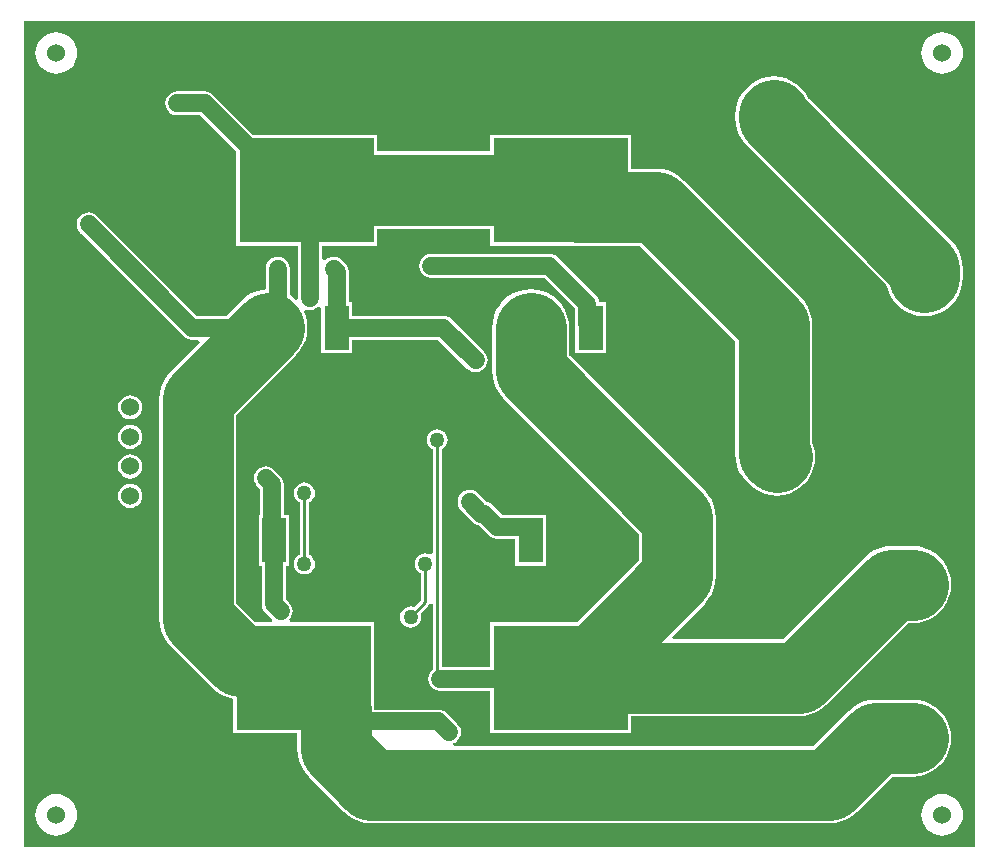
<source format=gbr>
%TF.GenerationSoftware,Altium Limited,Altium Designer,20.0.12 (288)*%
G04 Layer_Physical_Order=2*
G04 Layer_Color=16711680*
%FSLAX44Y44*%
%MOMM*%
%TF.FileFunction,Copper,L2,Bot,Signal*%
%TF.Part,Single*%
G01*
G75*
%TA.AperFunction,Conductor*%
%ADD15C,0.2540*%
%TA.AperFunction,ComponentPad*%
%ADD16C,1.2000*%
%ADD17R,1.2000X1.2000*%
%TA.AperFunction,TestPad*%
%ADD18C,4.5000*%
%TA.AperFunction,ViaPad*%
%ADD19C,1.5240*%
%TA.AperFunction,ComponentPad*%
%ADD20C,3.0000*%
%ADD21C,1.5240*%
%TA.AperFunction,ViaPad*%
%ADD22C,1.2700*%
%TA.AperFunction,SMDPad,CuDef*%
%ADD23R,11.4300X8.8900*%
%ADD24R,2.0800X3.8100*%
%TA.AperFunction,Conductor*%
%ADD25C,6.0000*%
%ADD26C,1.5000*%
G36*
X805000Y0D02*
X0D01*
Y700000D01*
X805000D01*
Y0D01*
D02*
G37*
%LPC*%
G36*
X777500Y690125D02*
X774062Y689786D01*
X770755Y688783D01*
X767708Y687154D01*
X765037Y684963D01*
X762846Y682292D01*
X761217Y679245D01*
X760214Y675938D01*
X759875Y672500D01*
X760214Y669062D01*
X761217Y665755D01*
X762846Y662708D01*
X765037Y660037D01*
X767708Y657846D01*
X770755Y656217D01*
X774062Y655214D01*
X777500Y654875D01*
X780938Y655214D01*
X784245Y656217D01*
X787292Y657846D01*
X789963Y660037D01*
X792154Y662708D01*
X793783Y665755D01*
X794786Y669062D01*
X795125Y672500D01*
X794786Y675938D01*
X793783Y679245D01*
X792154Y682292D01*
X789963Y684963D01*
X787292Y687154D01*
X784245Y688783D01*
X780938Y689786D01*
X777500Y690125D01*
D02*
G37*
G36*
X27500D02*
X24062Y689786D01*
X20755Y688783D01*
X17708Y687154D01*
X15037Y684963D01*
X12845Y682292D01*
X11217Y679245D01*
X10214Y675938D01*
X9875Y672500D01*
X10214Y669062D01*
X11217Y665755D01*
X12845Y662708D01*
X15037Y660037D01*
X17708Y657846D01*
X20755Y656217D01*
X24062Y655214D01*
X27500Y654875D01*
X30938Y655214D01*
X34245Y656217D01*
X37292Y657846D01*
X39963Y660037D01*
X42154Y662708D01*
X43783Y665755D01*
X44786Y669062D01*
X45125Y672500D01*
X44786Y675938D01*
X43783Y679245D01*
X42154Y682292D01*
X39963Y684963D01*
X37292Y687154D01*
X34245Y688783D01*
X30938Y689786D01*
X27500Y690125D01*
D02*
G37*
G36*
X153400Y640127D02*
X153400Y640127D01*
X130000D01*
X127379Y639781D01*
X124937Y638770D01*
X122839Y637161D01*
X121230Y635063D01*
X120218Y632621D01*
X119873Y630000D01*
X120218Y627379D01*
X121230Y624937D01*
X122839Y622839D01*
X124937Y621230D01*
X127379Y620218D01*
X130000Y619873D01*
X149206D01*
X179910Y589169D01*
Y509510D01*
X232373D01*
Y465000D01*
X232402Y464786D01*
X232084Y464488D01*
X229999Y463577D01*
X226686Y466407D01*
X225127Y467362D01*
Y490000D01*
X224782Y492621D01*
X223770Y495063D01*
X222161Y497161D01*
X220063Y498770D01*
X217621Y499782D01*
X215000Y500127D01*
X212379Y499782D01*
X209937Y498770D01*
X207839Y497161D01*
X206230Y495063D01*
X205218Y492621D01*
X204873Y490000D01*
Y472434D01*
X202394Y472239D01*
X197413Y471043D01*
X192681Y469083D01*
X188314Y466407D01*
X184419Y463080D01*
X171466Y450127D01*
X146695D01*
X62161Y534661D01*
X60063Y536270D01*
X57621Y537282D01*
X55000Y537627D01*
X52379Y537282D01*
X49937Y536270D01*
X47839Y534661D01*
X46230Y532563D01*
X45219Y530121D01*
X44873Y527500D01*
X45219Y524879D01*
X46230Y522437D01*
X47839Y520339D01*
X135340Y432839D01*
X137437Y431230D01*
X139879Y430218D01*
X142500Y429873D01*
X142500Y429873D01*
X147894D01*
X148866Y427527D01*
X124380Y403040D01*
X121053Y399146D01*
X118377Y394779D01*
X116417Y390047D01*
X115221Y385066D01*
X114819Y379960D01*
Y193137D01*
X115221Y188031D01*
X116417Y183051D01*
X118377Y178319D01*
X121053Y173952D01*
X124380Y170057D01*
X159567Y134870D01*
X159567Y134870D01*
X163461Y131544D01*
X167829Y128867D01*
X172561Y126907D01*
X177410Y125743D01*
Y96510D01*
X231609D01*
Y82891D01*
X232011Y77785D01*
X233207Y72805D01*
X235167Y68073D01*
X237843Y63705D01*
X241170Y59811D01*
X271061Y29920D01*
X274955Y26593D01*
X279323Y23917D01*
X284055Y21957D01*
X289035Y20761D01*
X294141Y20359D01*
X294141Y20359D01*
X682000D01*
X687106Y20761D01*
X692086Y21957D01*
X696818Y23917D01*
X701186Y26593D01*
X705080Y29920D01*
X735020Y59859D01*
X752500D01*
X757606Y60261D01*
X762587Y61457D01*
X767318Y63417D01*
X771686Y66093D01*
X775580Y69420D01*
X778907Y73314D01*
X781583Y77681D01*
X783543Y82414D01*
X784739Y87394D01*
X785141Y92500D01*
X784739Y97606D01*
X783543Y102586D01*
X781583Y107318D01*
X778907Y111686D01*
X775580Y115580D01*
X771686Y118907D01*
X767318Y121583D01*
X762587Y123543D01*
X757606Y124739D01*
X752500Y125141D01*
X721500D01*
X716394Y124739D01*
X711413Y123543D01*
X706682Y121583D01*
X702314Y118907D01*
X698420Y115580D01*
X668480Y85641D01*
X364242D01*
X363737Y88181D01*
X365063Y88730D01*
X367161Y90339D01*
X368770Y92437D01*
X369782Y94879D01*
X370127Y97500D01*
X369782Y100121D01*
X368770Y102563D01*
X367161Y104661D01*
X358110Y113711D01*
X356013Y115320D01*
X353571Y116332D01*
X350950Y116677D01*
X350949Y116677D01*
X296865D01*
X296790Y117628D01*
Y190490D01*
X236628D01*
X235350Y190591D01*
X225903D01*
X225152Y191951D01*
X224884Y193131D01*
X226270Y194937D01*
X227282Y197379D01*
X227627Y200000D01*
X227282Y202621D01*
X226270Y205063D01*
X224661Y207161D01*
X221827Y209995D01*
Y238410D01*
X224640D01*
Y281590D01*
X220127D01*
Y307500D01*
X219782Y310121D01*
X218770Y312563D01*
X217161Y314661D01*
X217160Y314661D01*
X212161Y319661D01*
X210063Y321270D01*
X207621Y322282D01*
X205000Y322627D01*
X202379Y322282D01*
X199937Y321270D01*
X197839Y319661D01*
X196230Y317563D01*
X195218Y315121D01*
X194873Y312500D01*
X195218Y309879D01*
X196230Y307437D01*
X197839Y305339D01*
X199873Y303305D01*
Y281590D01*
X198760D01*
Y238410D01*
X201573D01*
Y205800D01*
X201573Y205800D01*
X201918Y203179D01*
X202930Y200737D01*
X204539Y198639D01*
X210048Y193131D01*
X209860Y191971D01*
X209097Y190591D01*
X196167D01*
X180101Y206658D01*
Y366440D01*
X230580Y416920D01*
X233907Y420814D01*
X236583Y425181D01*
X238543Y429913D01*
X239739Y434894D01*
X240140Y440000D01*
X239739Y445106D01*
X238543Y450086D01*
X237075Y453631D01*
X239019Y455575D01*
X239879Y455218D01*
X242500Y454873D01*
X245121Y455218D01*
X247563Y456230D01*
X249520Y457732D01*
X250154Y457624D01*
X252060Y456794D01*
Y418410D01*
X277940D01*
Y429873D01*
X350805D01*
X375339Y405339D01*
X377437Y403730D01*
X379879Y402718D01*
X382500Y402373D01*
X385121Y402718D01*
X387563Y403730D01*
X389661Y405339D01*
X391270Y407437D01*
X392282Y409879D01*
X392627Y412500D01*
X392282Y415121D01*
X391270Y417563D01*
X389661Y419661D01*
X362161Y447160D01*
X360063Y448770D01*
X357621Y449781D01*
X355000Y450127D01*
X355000Y450127D01*
X277940D01*
Y461590D01*
X275127D01*
Y487500D01*
X275127Y487500D01*
X274782Y490121D01*
X273770Y492563D01*
X272161Y494661D01*
X269661Y497161D01*
X267563Y498770D01*
X265121Y499782D01*
X262500Y500127D01*
X259879Y499782D01*
X257437Y498770D01*
X255340Y497161D01*
X255167Y496935D01*
X252627Y497798D01*
Y509510D01*
X299290D01*
Y523859D01*
X394910D01*
Y509510D01*
X467772D01*
X469050Y509410D01*
X521930D01*
X602359Y428980D01*
Y410000D01*
Y333000D01*
X602761Y327894D01*
X603957Y322914D01*
X605917Y318181D01*
X608593Y313814D01*
X611920Y309920D01*
X614420Y307420D01*
X618314Y304093D01*
X622682Y301417D01*
X627413Y299457D01*
X632394Y298261D01*
X637500Y297859D01*
X642606Y298261D01*
X647587Y299457D01*
X652318Y301417D01*
X656686Y304093D01*
X660580Y307420D01*
X663907Y311314D01*
X666583Y315681D01*
X668543Y320414D01*
X669739Y325394D01*
X670141Y330500D01*
X669739Y335606D01*
X668543Y340587D01*
X667641Y342765D01*
Y410000D01*
Y442500D01*
X667641Y442500D01*
X667239Y447606D01*
X666043Y452587D01*
X664083Y457319D01*
X661407Y461686D01*
X658080Y465580D01*
X558530Y565131D01*
X554636Y568457D01*
X550268Y571133D01*
X545536Y573093D01*
X540556Y574289D01*
X535450Y574691D01*
X514290D01*
Y603490D01*
X394910D01*
Y589141D01*
X299290D01*
Y603490D01*
X194231D01*
X160561Y637161D01*
X158463Y638770D01*
X156021Y639781D01*
X155716Y639822D01*
X153400Y640127D01*
D02*
G37*
G36*
X635000Y652641D02*
X629894Y652239D01*
X624913Y651043D01*
X620181Y649083D01*
X615814Y646407D01*
X611920Y643081D01*
X608593Y639186D01*
X605917Y634819D01*
X603957Y630087D01*
X602761Y625106D01*
X602359Y620000D01*
Y617500D01*
X602761Y612394D01*
X603957Y607414D01*
X605917Y602682D01*
X608593Y598314D01*
X611920Y594420D01*
X730677Y475662D01*
X731457Y472413D01*
X733417Y467682D01*
X736093Y463314D01*
X739420Y459420D01*
X743314Y456093D01*
X747682Y453417D01*
X752413Y451457D01*
X757394Y450261D01*
X762500Y449859D01*
X767606Y450261D01*
X772587Y451457D01*
X777318Y453417D01*
X781686Y456093D01*
X785580Y459420D01*
X788907Y463314D01*
X791583Y467682D01*
X793543Y472413D01*
X794739Y477394D01*
X795141Y482500D01*
Y490000D01*
X794739Y495106D01*
X793543Y500087D01*
X791583Y504818D01*
X788907Y509186D01*
X785580Y513080D01*
X664253Y634408D01*
X664083Y634819D01*
X661407Y639186D01*
X658080Y643081D01*
X654186Y646407D01*
X649818Y649083D01*
X645086Y651043D01*
X640106Y652239D01*
X635000Y652641D01*
D02*
G37*
G36*
X445000Y502627D02*
X445000Y502627D01*
X345000D01*
X342379Y502282D01*
X339937Y501270D01*
X337839Y499661D01*
X336230Y497563D01*
X335218Y495121D01*
X334873Y492500D01*
X335218Y489879D01*
X336230Y487437D01*
X337839Y485339D01*
X339937Y483730D01*
X342379Y482718D01*
X345000Y482373D01*
X440805D01*
X466973Y456205D01*
Y442900D01*
X466973Y442900D01*
X467060Y442242D01*
Y418410D01*
X492940D01*
Y461590D01*
X487070D01*
X486882Y463021D01*
X485870Y465463D01*
X484261Y467561D01*
X484260Y467561D01*
X452161Y499661D01*
X450063Y501270D01*
X447621Y502282D01*
X447316Y502322D01*
X445000Y502627D01*
D02*
G37*
G36*
X90000Y382748D02*
X87348Y382398D01*
X84876Y381375D01*
X82754Y379746D01*
X81125Y377624D01*
X80101Y375152D01*
X79752Y372500D01*
X80101Y369848D01*
X81125Y367376D01*
X82754Y365254D01*
X84876Y363625D01*
X87348Y362601D01*
X90000Y362252D01*
X92652Y362601D01*
X95124Y363625D01*
X97246Y365254D01*
X98875Y367376D01*
X99899Y369848D01*
X100248Y372500D01*
X99899Y375152D01*
X98875Y377624D01*
X97246Y379746D01*
X95124Y381375D01*
X92652Y382398D01*
X90000Y382748D01*
D02*
G37*
G36*
Y357747D02*
X87348Y357398D01*
X84876Y356374D01*
X82754Y354746D01*
X81125Y352623D01*
X80101Y350152D01*
X79752Y347500D01*
X80101Y344847D01*
X81125Y342376D01*
X82754Y340253D01*
X84876Y338625D01*
X87348Y337601D01*
X90000Y337252D01*
X92652Y337601D01*
X95124Y338625D01*
X97246Y340253D01*
X98875Y342376D01*
X99899Y344847D01*
X100248Y347500D01*
X99899Y350152D01*
X98875Y352623D01*
X97246Y354746D01*
X95124Y356374D01*
X92652Y357398D01*
X90000Y357747D01*
D02*
G37*
G36*
Y332748D02*
X87348Y332398D01*
X84876Y331375D01*
X82754Y329746D01*
X81125Y327624D01*
X80101Y325152D01*
X79752Y322500D01*
X80101Y319848D01*
X81125Y317376D01*
X82754Y315254D01*
X84876Y313625D01*
X87348Y312602D01*
X90000Y312252D01*
X92652Y312602D01*
X95124Y313625D01*
X97246Y315254D01*
X98875Y317376D01*
X99899Y319848D01*
X100248Y322500D01*
X99899Y325152D01*
X98875Y327624D01*
X97246Y329746D01*
X95124Y331375D01*
X92652Y332398D01*
X90000Y332748D01*
D02*
G37*
G36*
Y307747D02*
X87348Y307398D01*
X84876Y306374D01*
X82754Y304746D01*
X81125Y302624D01*
X80101Y300152D01*
X79752Y297500D01*
X80101Y294848D01*
X81125Y292376D01*
X82754Y290254D01*
X84876Y288625D01*
X87348Y287601D01*
X90000Y287252D01*
X92652Y287601D01*
X95124Y288625D01*
X97246Y290254D01*
X98875Y292376D01*
X99899Y294848D01*
X100248Y297500D01*
X99899Y300152D01*
X98875Y302624D01*
X97246Y304746D01*
X95124Y306374D01*
X92652Y307398D01*
X90000Y307747D01*
D02*
G37*
G36*
X377500Y302627D02*
X374879Y302282D01*
X372437Y301270D01*
X370339Y299661D01*
X368730Y297563D01*
X367718Y295121D01*
X367373Y292500D01*
X367718Y289879D01*
X368730Y287437D01*
X370339Y285339D01*
X380339Y275340D01*
X380339Y275339D01*
X382437Y273730D01*
X384879Y272718D01*
X385549Y272630D01*
X393789Y264389D01*
X393789Y264389D01*
X395887Y262780D01*
X398329Y261768D01*
X400950Y261423D01*
X400950Y261423D01*
X416260D01*
Y238410D01*
X442140D01*
Y281590D01*
X426958D01*
X426300Y281677D01*
X426300Y281677D01*
X405145D01*
X397161Y289661D01*
X395063Y291270D01*
X392621Y292282D01*
X391951Y292370D01*
X384661Y299661D01*
X382563Y301270D01*
X380121Y302282D01*
X377500Y302627D01*
D02*
G37*
G36*
X237500Y308967D02*
X235179Y308661D01*
X233017Y307765D01*
X231160Y306340D01*
X229735Y304483D01*
X228839Y302321D01*
X228533Y300000D01*
X228839Y297679D01*
X229735Y295517D01*
X231160Y293660D01*
X233017Y292235D01*
X233615Y291987D01*
Y248013D01*
X233017Y247765D01*
X231160Y246340D01*
X229735Y244483D01*
X228839Y242321D01*
X228533Y240000D01*
X228839Y237679D01*
X229735Y235517D01*
X231160Y233660D01*
X233017Y232235D01*
X235179Y231339D01*
X237500Y231033D01*
X239821Y231339D01*
X241983Y232235D01*
X243840Y233660D01*
X245265Y235517D01*
X246161Y237679D01*
X246467Y240000D01*
X246161Y242321D01*
X245265Y244483D01*
X243840Y246340D01*
X241983Y247765D01*
X241385Y248013D01*
Y291987D01*
X241983Y292235D01*
X243840Y293660D01*
X245265Y295517D01*
X246161Y297679D01*
X246467Y300000D01*
X246161Y302321D01*
X245265Y304483D01*
X243840Y306340D01*
X241983Y307765D01*
X239821Y308661D01*
X237500Y308967D01*
D02*
G37*
G36*
X429200Y472641D02*
X424094Y472239D01*
X419114Y471043D01*
X414381Y469083D01*
X410014Y466407D01*
X406120Y463080D01*
X402793Y459186D01*
X400117Y454818D01*
X398157Y450087D01*
X396961Y445106D01*
X396559Y440000D01*
Y403300D01*
X396961Y398194D01*
X398157Y393214D01*
X400117Y388481D01*
X402793Y384114D01*
X406120Y380220D01*
X520657Y265683D01*
Y243017D01*
X468160Y190520D01*
X467772Y190490D01*
X394910D01*
Y152787D01*
X353885D01*
Y336987D01*
X354483Y337235D01*
X356340Y338660D01*
X357765Y340517D01*
X358661Y342679D01*
X358967Y345000D01*
X358661Y347321D01*
X357765Y349483D01*
X356340Y351340D01*
X354483Y352765D01*
X352321Y353661D01*
X350000Y353967D01*
X347679Y353661D01*
X345517Y352765D01*
X343660Y351340D01*
X342235Y349483D01*
X341339Y347321D01*
X341033Y345000D01*
X341339Y342679D01*
X342235Y340517D01*
X343660Y338660D01*
X345517Y337235D01*
X346115Y336987D01*
Y249292D01*
X343575Y248075D01*
X342161Y248661D01*
X339840Y248967D01*
X337519Y248661D01*
X335357Y247765D01*
X333500Y246340D01*
X332075Y244483D01*
X331179Y242321D01*
X330873Y240000D01*
X331179Y237679D01*
X332075Y235517D01*
X333500Y233660D01*
X335357Y232235D01*
X335955Y231987D01*
Y208949D01*
X330420Y203413D01*
X329821Y203661D01*
X327500Y203967D01*
X325179Y203661D01*
X323017Y202765D01*
X321160Y201340D01*
X319735Y199483D01*
X318839Y197321D01*
X318533Y195000D01*
X318839Y192679D01*
X319735Y190517D01*
X321160Y188660D01*
X323017Y187235D01*
X325179Y186339D01*
X327500Y186033D01*
X329821Y186339D01*
X331983Y187235D01*
X333840Y188660D01*
X335265Y190517D01*
X336161Y192679D01*
X336467Y195000D01*
X336161Y197321D01*
X335913Y197919D01*
X342587Y204593D01*
X343429Y205853D01*
X343575Y206589D01*
X346115Y206339D01*
Y150293D01*
X345499Y149821D01*
X343890Y147723D01*
X342878Y145281D01*
X342533Y142660D01*
X342878Y140039D01*
X343890Y137597D01*
X345499Y135499D01*
X347597Y133890D01*
X350039Y132878D01*
X352660Y132533D01*
X394910D01*
Y96510D01*
X514290D01*
Y110859D01*
X656000D01*
X661106Y111261D01*
X666086Y112457D01*
X670818Y114417D01*
X675185Y117093D01*
X679080Y120419D01*
X748520Y189859D01*
X752500D01*
X757606Y190261D01*
X762587Y191457D01*
X767318Y193417D01*
X771686Y196093D01*
X775580Y199420D01*
X778907Y203314D01*
X781583Y207682D01*
X783543Y212414D01*
X784739Y217394D01*
X785141Y222500D01*
X784739Y227606D01*
X783543Y232586D01*
X781583Y237318D01*
X778907Y241686D01*
X775580Y245580D01*
X771686Y248907D01*
X767318Y251583D01*
X762587Y253543D01*
X757606Y254739D01*
X752500Y255141D01*
X735000D01*
X729894Y254739D01*
X724913Y253543D01*
X720182Y251583D01*
X715814Y248907D01*
X711920Y245580D01*
X711919Y245580D01*
X642480Y176140D01*
X549420D01*
X548448Y178487D01*
X576378Y206417D01*
X579704Y210311D01*
X582380Y214679D01*
X584340Y219411D01*
X585536Y224391D01*
X585938Y229497D01*
Y279203D01*
X585536Y284309D01*
X584340Y289289D01*
X582380Y294021D01*
X579704Y298388D01*
X576378Y302283D01*
X461841Y416820D01*
Y440000D01*
X461439Y445106D01*
X460243Y450087D01*
X458283Y454818D01*
X455607Y459186D01*
X452280Y463080D01*
X448386Y466407D01*
X444019Y469083D01*
X439286Y471043D01*
X434306Y472239D01*
X429200Y472641D01*
D02*
G37*
G36*
X777500Y45125D02*
X774062Y44786D01*
X770755Y43783D01*
X767708Y42154D01*
X765037Y39963D01*
X762846Y37292D01*
X761217Y34245D01*
X760214Y30938D01*
X759875Y27500D01*
X760214Y24062D01*
X761217Y20755D01*
X762846Y17708D01*
X765037Y15037D01*
X767708Y12845D01*
X770755Y11217D01*
X774062Y10214D01*
X777500Y9875D01*
X780938Y10214D01*
X784245Y11217D01*
X787292Y12845D01*
X789963Y15037D01*
X792154Y17708D01*
X793783Y20755D01*
X794786Y24062D01*
X795125Y27500D01*
X794786Y30938D01*
X793783Y34245D01*
X792154Y37292D01*
X789963Y39963D01*
X787292Y42154D01*
X784245Y43783D01*
X780938Y44786D01*
X777500Y45125D01*
D02*
G37*
G36*
X27500D02*
X24062Y44786D01*
X20755Y43783D01*
X17708Y42154D01*
X15037Y39963D01*
X12845Y37292D01*
X11217Y34245D01*
X10214Y30938D01*
X9875Y27500D01*
X10214Y24062D01*
X11217Y20755D01*
X12845Y17708D01*
X15037Y15037D01*
X17708Y12845D01*
X20755Y11217D01*
X24062Y10214D01*
X27500Y9875D01*
X30938Y10214D01*
X34245Y11217D01*
X37292Y12845D01*
X39963Y15037D01*
X42154Y17708D01*
X43783Y20755D01*
X44786Y24062D01*
X45125Y27500D01*
X44786Y30938D01*
X43783Y34245D01*
X42154Y37292D01*
X39963Y39963D01*
X37292Y42154D01*
X34245Y43783D01*
X30938Y44786D01*
X27500Y45125D01*
D02*
G37*
%LPD*%
D15*
X327500Y195000D02*
X339840Y207340D01*
Y240000D01*
X350000Y148069D02*
X352660Y145409D01*
X350000Y148069D02*
Y345000D01*
X352660Y142660D02*
Y145409D01*
X237500Y240000D02*
Y300000D01*
D16*
X637500Y274500D02*
D03*
D17*
Y330500D02*
D03*
D18*
X762500Y612500D02*
D03*
Y482500D02*
D03*
X752500Y222500D02*
D03*
Y92500D02*
D03*
D19*
X27500Y672500D02*
D03*
Y27500D02*
D03*
X777500D02*
D03*
Y672500D02*
D03*
D20*
X635000Y410000D02*
D03*
Y620000D02*
D03*
D21*
X90000Y272500D02*
D03*
Y297500D02*
D03*
Y322500D02*
D03*
Y347500D02*
D03*
Y372500D02*
D03*
D22*
X345000Y492500D02*
D03*
X55000Y527500D02*
D03*
X205000Y312500D02*
D03*
X339840Y240000D02*
D03*
X382500Y412500D02*
D03*
X262500Y490000D02*
D03*
X242500Y465000D02*
D03*
X352660Y142660D02*
D03*
X360000Y97500D02*
D03*
X350000Y345000D02*
D03*
X217500Y200000D02*
D03*
X237500Y300000D02*
D03*
Y240000D02*
D03*
X327500Y195000D02*
D03*
X377500Y292500D02*
D03*
X130000Y630000D02*
D03*
X215000Y490000D02*
D03*
D23*
X454600Y556500D02*
D03*
Y143500D02*
D03*
X239600Y556500D02*
D03*
X237100Y143500D02*
D03*
D24*
X429200Y440000D02*
D03*
X480000D02*
D03*
X429200Y260000D02*
D03*
X480000D02*
D03*
X265000Y440000D02*
D03*
X214200D02*
D03*
X211700Y260000D02*
D03*
X262500D02*
D03*
D25*
X721500Y92500D02*
X752500D01*
X294141Y53000D02*
X682000D01*
X721500Y92500D01*
X264250Y82891D02*
X294141Y53000D01*
X264250Y82891D02*
Y116350D01*
X635000Y333000D02*
X637500Y330500D01*
X535450Y542050D02*
X635000Y442500D01*
Y617500D02*
X762500Y490000D01*
X635000Y333000D02*
Y410000D01*
Y442500D01*
X469050Y542050D02*
X535450D01*
X762500Y482500D02*
Y490000D01*
X635000Y617500D02*
Y620000D01*
X239600Y556500D02*
X454600D01*
X454600Y556500D01*
X239600Y556500D02*
X239600Y556500D01*
X454600Y556500D02*
X469050Y542050D01*
X429200Y403300D02*
Y440000D01*
Y403300D02*
X553297Y279203D01*
X147460Y379960D02*
X207500Y440000D01*
X182647Y157950D02*
X235350D01*
X147460Y193137D02*
Y379960D01*
Y193137D02*
X182647Y157950D01*
X481750Y143500D02*
X656000D01*
X454600D02*
X481750D01*
X735000Y222500D02*
X752500D01*
X656000Y143500D02*
X735000Y222500D01*
X454600Y143500D02*
X469050Y157950D01*
X481750D01*
X553297Y229497D02*
Y279203D01*
X481750Y157950D02*
X553297Y229497D01*
D26*
X345000Y492500D02*
X445000D01*
X477100Y460400D01*
X142500Y440000D02*
X207500D01*
X55000Y527500D02*
X142500Y440000D01*
X210000Y271550D02*
Y307500D01*
X205000Y312500D02*
X210000Y307500D01*
Y271550D02*
X211700Y269850D01*
Y205800D02*
Y269850D01*
X355000Y440000D02*
X382500Y412500D01*
X265000Y440000D02*
X355000D01*
X239600Y556500D02*
X242500Y553600D01*
Y465000D02*
Y553600D01*
X265000Y440000D02*
Y487500D01*
X262500Y490000D02*
X265000Y487500D01*
X352660Y142660D02*
X453760D01*
X454600Y143500D01*
X264250Y116350D02*
X274050Y106550D01*
X237100Y143500D02*
X264250Y116350D01*
X274050Y106550D02*
X350950D01*
X360000Y97500D01*
X211700Y205800D02*
X217500Y200000D01*
X387500Y282500D02*
X390000D01*
X400950Y271550D02*
X426300D01*
X390000Y282500D02*
X400950Y271550D01*
X377500Y292500D02*
X387500Y282500D01*
X426300Y271550D02*
X429200Y268650D01*
Y260000D02*
Y268650D01*
X226900Y556500D02*
X239600D01*
X153400Y630000D02*
X226900Y556500D01*
X130000Y630000D02*
X153400D01*
X207500Y440000D02*
X214200D01*
X207500D02*
X215000Y447500D01*
Y490000D01*
X477100Y442900D02*
X480000Y440000D01*
X477100Y442900D02*
Y460400D01*
%TF.MD5,e778f90a7acdf8fb38445686d96058a9*%
M02*

</source>
